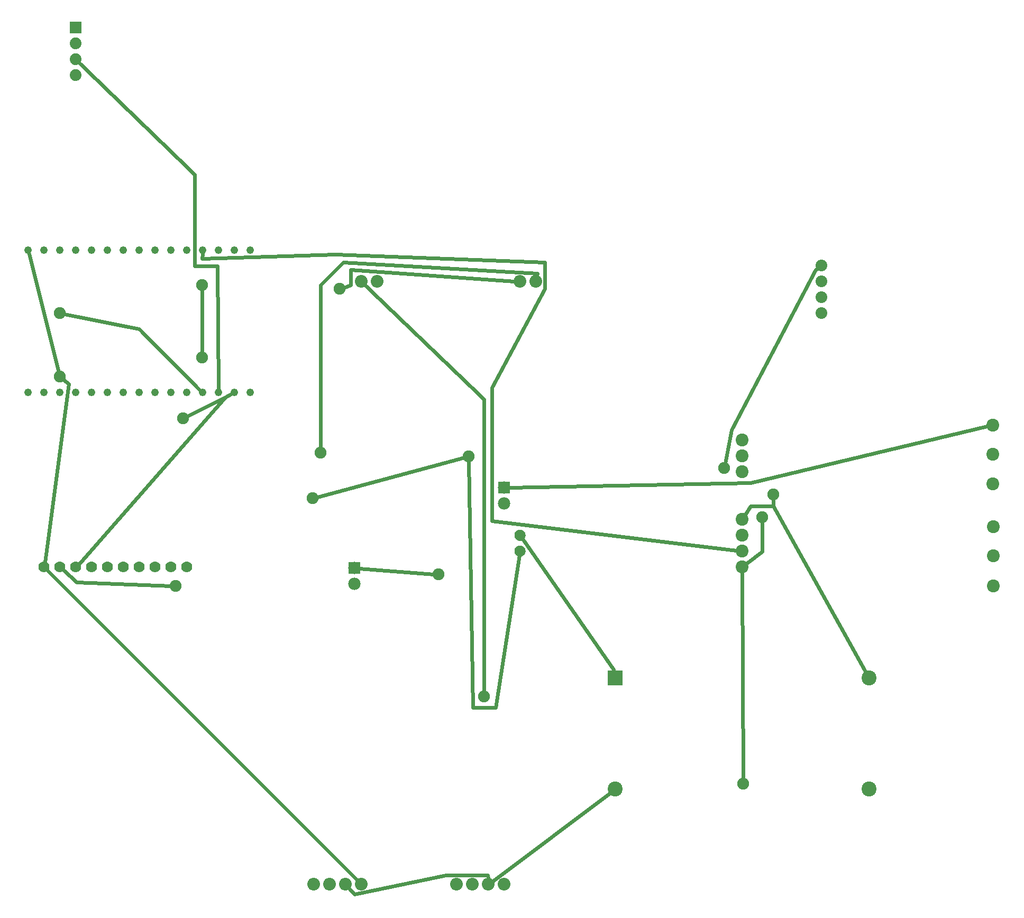
<source format=gbl>
G04 MADE WITH FRITZING*
G04 WWW.FRITZING.ORG*
G04 DOUBLE SIDED*
G04 HOLES PLATED*
G04 CONTOUR ON CENTER OF CONTOUR VECTOR*
%ASAXBY*%
%FSLAX23Y23*%
%MOIN*%
%OFA0B0*%
%SFA1.0B1.0*%
%ADD10C,0.047859*%
%ADD11C,0.070000*%
%ADD12C,0.073999*%
%ADD13C,0.080361*%
%ADD14C,0.080375*%
%ADD15C,0.073889*%
%ADD16C,0.075000*%
%ADD17C,0.081000*%
%ADD18C,0.094488*%
%ADD19C,0.078000*%
%ADD20C,0.075433*%
%ADD21R,0.074001X0.074001*%
%ADD22R,0.078000X0.078000*%
%ADD23C,0.024000*%
%ADD24R,0.001000X0.001000*%
%LNCOPPER0*%
G90*
G70*
G54D10*
X1759Y3634D03*
X1958Y4532D03*
X1858Y4532D03*
X1759Y4532D03*
X1659Y4532D03*
X1559Y4532D03*
X1858Y3634D03*
X1958Y3634D03*
X1659Y3634D03*
X1459Y4532D03*
X1359Y4532D03*
X1259Y4532D03*
X1159Y4532D03*
X1060Y4532D03*
X960Y4532D03*
X860Y4532D03*
X760Y4532D03*
X660Y4532D03*
X560Y4532D03*
X1259Y3634D03*
X1159Y3634D03*
X1060Y3634D03*
X960Y3634D03*
X860Y3634D03*
X760Y3634D03*
X660Y3634D03*
X560Y3634D03*
X1559Y3634D03*
X1459Y3634D03*
X1359Y3634D03*
G54D11*
X1560Y2534D03*
X1460Y2534D03*
X1360Y2534D03*
X1260Y2534D03*
X1160Y2534D03*
X1060Y2534D03*
X960Y2534D03*
X860Y2534D03*
X760Y2534D03*
X660Y2534D03*
G54D12*
X860Y5934D03*
X860Y5834D03*
X860Y5734D03*
X860Y5634D03*
G54D13*
X2660Y534D03*
X2560Y534D03*
X2460Y534D03*
X2360Y534D03*
X3560Y534D03*
X3460Y534D03*
X3360Y534D03*
X3260Y534D03*
X3660Y4334D03*
G54D14*
X3760Y4334D03*
G54D13*
X2660Y4334D03*
G54D14*
X2760Y4334D03*
G54D15*
X5560Y4134D03*
X5560Y4234D03*
X5560Y4334D03*
X5560Y4434D03*
G54D16*
X760Y4134D03*
X760Y3734D03*
G54D17*
X5060Y3334D03*
X5060Y3234D03*
X5060Y3134D03*
X6640Y3429D03*
X6640Y3247D03*
X6640Y3059D03*
X6642Y2788D03*
X6642Y2605D03*
X6642Y2417D03*
X5060Y2834D03*
X5060Y2734D03*
X5060Y2634D03*
X5060Y2534D03*
G54D18*
X4260Y1834D03*
X4260Y1134D03*
X5860Y1134D03*
X5860Y1834D03*
G54D19*
X3560Y3034D03*
X3560Y2934D03*
X2616Y2529D03*
X2616Y2429D03*
G54D11*
X3660Y2734D03*
X3660Y2634D03*
G54D20*
X3145Y2488D03*
X3433Y1720D03*
X2521Y4288D03*
X2401Y3256D03*
X1537Y3472D03*
X5065Y1168D03*
X4945Y3160D03*
X5185Y2848D03*
X5257Y2992D03*
X3337Y3232D03*
X1657Y4312D03*
X1657Y3856D03*
X2353Y2968D03*
X1489Y2416D03*
G54D21*
X860Y5934D03*
G54D22*
X3560Y3034D03*
X2616Y2529D03*
G54D23*
X1260Y4034D02*
X1643Y3650D01*
D02*
X788Y4129D02*
X1260Y4034D01*
D02*
X4255Y1861D02*
X4249Y1888D01*
D02*
X4249Y1888D02*
X3675Y2713D01*
D02*
X6603Y3421D02*
X5113Y3064D01*
D02*
X5113Y3064D02*
X3590Y3035D01*
D02*
X3116Y2490D02*
X2646Y2526D01*
D02*
X2687Y4308D02*
X3433Y3592D01*
D02*
X3433Y3592D02*
X3433Y1749D01*
D02*
X3623Y4337D02*
X2593Y4408D01*
D02*
X2593Y4408D02*
X2593Y4312D01*
D02*
X2593Y4312D02*
X2548Y4297D01*
D02*
X3767Y4371D02*
X3769Y4384D01*
D02*
X3769Y4384D02*
X2545Y4456D01*
D02*
X2545Y4456D02*
X2401Y4312D01*
D02*
X2401Y4312D02*
X2401Y3285D01*
D02*
X5023Y2639D02*
X3481Y2824D01*
D02*
X3481Y2824D02*
X3481Y3664D01*
D02*
X3481Y3664D02*
X3817Y4288D01*
D02*
X3817Y4288D02*
X3817Y4456D01*
D02*
X3817Y4456D02*
X2497Y4504D01*
D02*
X2497Y4504D02*
X1657Y4480D01*
D02*
X1657Y4480D02*
X1658Y4509D01*
D02*
X883Y5713D02*
X1609Y5008D01*
D02*
X1609Y5008D02*
X1609Y4432D01*
D02*
X1609Y4432D02*
X1753Y4432D01*
D02*
X1753Y4432D02*
X1758Y3657D01*
D02*
X881Y2557D02*
X1801Y3604D01*
D02*
X1801Y3604D02*
X1839Y3624D01*
D02*
X1563Y3485D02*
X1801Y3604D01*
D02*
X753Y3762D02*
X566Y4510D01*
D02*
X665Y2565D02*
X817Y3688D01*
D02*
X817Y3688D02*
X783Y3716D01*
D02*
X2634Y561D02*
X682Y2513D01*
D02*
X5060Y2497D02*
X5065Y1197D01*
D02*
X5532Y4415D02*
X5521Y4408D01*
D02*
X5521Y4408D02*
X4993Y3400D01*
D02*
X4993Y3400D02*
X4951Y3188D01*
D02*
X5185Y2819D02*
X5185Y2632D01*
D02*
X5185Y2632D02*
X5090Y2558D01*
D02*
X3490Y557D02*
X4239Y1118D01*
D02*
X2586Y507D02*
X2617Y472D01*
D02*
X2617Y472D02*
X3193Y592D01*
D02*
X3193Y592D02*
X3457Y592D01*
D02*
X3457Y592D02*
X3458Y572D01*
D02*
X5080Y2866D02*
X5113Y2920D01*
D02*
X5113Y2920D02*
X5257Y2920D01*
D02*
X5257Y2920D02*
X5847Y1858D01*
D02*
X5257Y2963D02*
X5257Y2920D01*
D02*
X3656Y2609D02*
X3505Y1648D01*
D02*
X3505Y1648D02*
X3361Y1648D01*
D02*
X3361Y1648D02*
X3337Y3203D01*
D02*
X1657Y4283D02*
X1657Y3885D01*
D02*
X2381Y2976D02*
X3309Y3225D01*
D02*
X783Y2514D02*
X865Y2440D01*
D02*
X865Y2440D02*
X1460Y2417D01*
G54D24*
X2653Y4367D02*
X2667Y4367D01*
X2753Y4367D02*
X2767Y4367D01*
X3653Y4367D02*
X3667Y4367D01*
X3753Y4367D02*
X3767Y4367D01*
X2649Y4366D02*
X2670Y4366D01*
X2749Y4366D02*
X2770Y4366D01*
X3649Y4366D02*
X3670Y4366D01*
X3749Y4366D02*
X3770Y4366D01*
X2647Y4365D02*
X2673Y4365D01*
X2747Y4365D02*
X2773Y4365D01*
X3647Y4365D02*
X3673Y4365D01*
X3747Y4365D02*
X3773Y4365D01*
X2645Y4364D02*
X2675Y4364D01*
X2745Y4364D02*
X2775Y4364D01*
X3645Y4364D02*
X3675Y4364D01*
X3745Y4364D02*
X3775Y4364D01*
X2643Y4363D02*
X2677Y4363D01*
X2743Y4363D02*
X2777Y4363D01*
X3643Y4363D02*
X3676Y4363D01*
X3743Y4363D02*
X3776Y4363D01*
X2641Y4362D02*
X2678Y4362D01*
X2741Y4362D02*
X2778Y4362D01*
X3641Y4362D02*
X3678Y4362D01*
X3741Y4362D02*
X3778Y4362D01*
X2640Y4361D02*
X2679Y4361D01*
X2740Y4361D02*
X2779Y4361D01*
X3640Y4361D02*
X3679Y4361D01*
X3740Y4361D02*
X3779Y4361D01*
X2639Y4360D02*
X2681Y4360D01*
X2739Y4360D02*
X2781Y4360D01*
X3639Y4360D02*
X3681Y4360D01*
X3739Y4360D02*
X3781Y4360D01*
X2638Y4359D02*
X2682Y4359D01*
X2738Y4359D02*
X2782Y4359D01*
X3638Y4359D02*
X3682Y4359D01*
X3738Y4359D02*
X3782Y4359D01*
X2637Y4358D02*
X2683Y4358D01*
X2737Y4358D02*
X2783Y4358D01*
X3637Y4358D02*
X3683Y4358D01*
X3737Y4358D02*
X3783Y4358D01*
X2636Y4357D02*
X2684Y4357D01*
X2736Y4357D02*
X2784Y4357D01*
X3636Y4357D02*
X3684Y4357D01*
X3736Y4357D02*
X3784Y4357D01*
X2635Y4356D02*
X2685Y4356D01*
X2735Y4356D02*
X2785Y4356D01*
X3635Y4356D02*
X3685Y4356D01*
X3735Y4356D02*
X3785Y4356D01*
X2634Y4355D02*
X2685Y4355D01*
X2734Y4355D02*
X2785Y4355D01*
X3634Y4355D02*
X3685Y4355D01*
X3734Y4355D02*
X3785Y4355D01*
X2633Y4354D02*
X2686Y4354D01*
X2733Y4354D02*
X2786Y4354D01*
X3633Y4354D02*
X3686Y4354D01*
X3733Y4354D02*
X3786Y4354D01*
X2633Y4353D02*
X2687Y4353D01*
X2732Y4353D02*
X2787Y4353D01*
X3632Y4353D02*
X3687Y4353D01*
X3732Y4353D02*
X3787Y4353D01*
X2632Y4352D02*
X2688Y4352D01*
X2732Y4352D02*
X2788Y4352D01*
X3632Y4352D02*
X3687Y4352D01*
X3732Y4352D02*
X3787Y4352D01*
X2631Y4351D02*
X2656Y4351D01*
X2663Y4351D02*
X2688Y4351D01*
X2731Y4351D02*
X2756Y4351D01*
X2763Y4351D02*
X2788Y4351D01*
X3631Y4351D02*
X3656Y4351D01*
X3663Y4351D02*
X3688Y4351D01*
X3731Y4351D02*
X3756Y4351D01*
X3763Y4351D02*
X3788Y4351D01*
X2631Y4350D02*
X2653Y4350D01*
X2667Y4350D02*
X2689Y4350D01*
X2731Y4350D02*
X2753Y4350D01*
X2767Y4350D02*
X2789Y4350D01*
X3631Y4350D02*
X3653Y4350D01*
X3667Y4350D02*
X3689Y4350D01*
X3731Y4350D02*
X3753Y4350D01*
X3767Y4350D02*
X3789Y4350D01*
X2630Y4349D02*
X2651Y4349D01*
X2668Y4349D02*
X2689Y4349D01*
X2730Y4349D02*
X2751Y4349D01*
X2768Y4349D02*
X2789Y4349D01*
X3630Y4349D02*
X3651Y4349D01*
X3668Y4349D02*
X3689Y4349D01*
X3730Y4349D02*
X3751Y4349D01*
X3768Y4349D02*
X3789Y4349D01*
X2630Y4348D02*
X2649Y4348D01*
X2670Y4348D02*
X2690Y4348D01*
X2730Y4348D02*
X2749Y4348D01*
X2770Y4348D02*
X2790Y4348D01*
X3630Y4348D02*
X3649Y4348D01*
X3670Y4348D02*
X3690Y4348D01*
X3730Y4348D02*
X3749Y4348D01*
X3770Y4348D02*
X3790Y4348D01*
X2629Y4347D02*
X2648Y4347D01*
X2671Y4347D02*
X2690Y4347D01*
X2729Y4347D02*
X2748Y4347D01*
X2771Y4347D02*
X2790Y4347D01*
X3629Y4347D02*
X3648Y4347D01*
X3671Y4347D02*
X3690Y4347D01*
X3729Y4347D02*
X3748Y4347D01*
X3771Y4347D02*
X3790Y4347D01*
X2629Y4346D02*
X2647Y4346D01*
X2672Y4346D02*
X2690Y4346D01*
X2729Y4346D02*
X2747Y4346D01*
X2772Y4346D02*
X2790Y4346D01*
X3629Y4346D02*
X3647Y4346D01*
X3672Y4346D02*
X3690Y4346D01*
X3729Y4346D02*
X3747Y4346D01*
X3772Y4346D02*
X3790Y4346D01*
X2629Y4345D02*
X2646Y4345D01*
X2673Y4345D02*
X2691Y4345D01*
X2729Y4345D02*
X2746Y4345D01*
X2773Y4345D02*
X2791Y4345D01*
X3629Y4345D02*
X3646Y4345D01*
X3673Y4345D02*
X3691Y4345D01*
X3729Y4345D02*
X3746Y4345D01*
X3773Y4345D02*
X3791Y4345D01*
X2628Y4344D02*
X2646Y4344D01*
X2674Y4344D02*
X2691Y4344D01*
X2728Y4344D02*
X2746Y4344D01*
X2774Y4344D02*
X2791Y4344D01*
X3628Y4344D02*
X3645Y4344D01*
X3674Y4344D02*
X3691Y4344D01*
X3728Y4344D02*
X3745Y4344D01*
X3774Y4344D02*
X3791Y4344D01*
X2628Y4343D02*
X2645Y4343D01*
X2675Y4343D02*
X2691Y4343D01*
X2728Y4343D02*
X2745Y4343D01*
X2774Y4343D02*
X2791Y4343D01*
X3628Y4343D02*
X3645Y4343D01*
X3674Y4343D02*
X3691Y4343D01*
X3728Y4343D02*
X3745Y4343D01*
X3774Y4343D02*
X3791Y4343D01*
X2628Y4342D02*
X2644Y4342D01*
X2675Y4342D02*
X2692Y4342D01*
X2728Y4342D02*
X2744Y4342D01*
X2775Y4342D02*
X2792Y4342D01*
X3628Y4342D02*
X3644Y4342D01*
X3675Y4342D02*
X3692Y4342D01*
X3728Y4342D02*
X3744Y4342D01*
X3775Y4342D02*
X3792Y4342D01*
X2628Y4341D02*
X2644Y4341D01*
X2676Y4341D02*
X2692Y4341D01*
X2728Y4341D02*
X2744Y4341D01*
X2776Y4341D02*
X2792Y4341D01*
X3628Y4341D02*
X3644Y4341D01*
X3676Y4341D02*
X3692Y4341D01*
X3728Y4341D02*
X3744Y4341D01*
X3775Y4341D02*
X3792Y4341D01*
X2627Y4340D02*
X2644Y4340D01*
X2676Y4340D02*
X2692Y4340D01*
X2727Y4340D02*
X2744Y4340D01*
X2776Y4340D02*
X2792Y4340D01*
X3627Y4340D02*
X3644Y4340D01*
X3676Y4340D02*
X3692Y4340D01*
X3727Y4340D02*
X3744Y4340D01*
X3776Y4340D02*
X3792Y4340D01*
X2627Y4339D02*
X2643Y4339D01*
X2676Y4339D02*
X2692Y4339D01*
X2727Y4339D02*
X2743Y4339D01*
X2776Y4339D02*
X2792Y4339D01*
X3627Y4339D02*
X3643Y4339D01*
X3676Y4339D02*
X3692Y4339D01*
X3727Y4339D02*
X3743Y4339D01*
X3776Y4339D02*
X3792Y4339D01*
X2627Y4338D02*
X2643Y4338D01*
X2676Y4338D02*
X2692Y4338D01*
X2727Y4338D02*
X2743Y4338D01*
X2776Y4338D02*
X2792Y4338D01*
X3627Y4338D02*
X3643Y4338D01*
X3676Y4338D02*
X3692Y4338D01*
X3727Y4338D02*
X3743Y4338D01*
X3776Y4338D02*
X3792Y4338D01*
X2627Y4337D02*
X2643Y4337D01*
X2677Y4337D02*
X2692Y4337D01*
X2727Y4337D02*
X2743Y4337D01*
X2777Y4337D02*
X2792Y4337D01*
X3627Y4337D02*
X3643Y4337D01*
X3677Y4337D02*
X3692Y4337D01*
X3727Y4337D02*
X3743Y4337D01*
X3777Y4337D02*
X3792Y4337D01*
X2627Y4336D02*
X2643Y4336D01*
X2677Y4336D02*
X2692Y4336D01*
X2727Y4336D02*
X2743Y4336D01*
X2777Y4336D02*
X2792Y4336D01*
X3627Y4336D02*
X3643Y4336D01*
X3677Y4336D02*
X3692Y4336D01*
X3727Y4336D02*
X3743Y4336D01*
X3777Y4336D02*
X3792Y4336D01*
X2627Y4335D02*
X2643Y4335D01*
X2677Y4335D02*
X2692Y4335D01*
X2727Y4335D02*
X2743Y4335D01*
X2777Y4335D02*
X2792Y4335D01*
X3627Y4335D02*
X3643Y4335D01*
X3677Y4335D02*
X3692Y4335D01*
X3727Y4335D02*
X3743Y4335D01*
X3777Y4335D02*
X3792Y4335D01*
X2627Y4334D02*
X2643Y4334D01*
X2677Y4334D02*
X2692Y4334D01*
X2727Y4334D02*
X2743Y4334D01*
X2777Y4334D02*
X2792Y4334D01*
X3627Y4334D02*
X3643Y4334D01*
X3677Y4334D02*
X3692Y4334D01*
X3727Y4334D02*
X3743Y4334D01*
X3777Y4334D02*
X3792Y4334D01*
X2627Y4333D02*
X2643Y4333D01*
X2677Y4333D02*
X2692Y4333D01*
X2727Y4333D02*
X2743Y4333D01*
X2777Y4333D02*
X2792Y4333D01*
X3627Y4333D02*
X3643Y4333D01*
X3677Y4333D02*
X3692Y4333D01*
X3727Y4333D02*
X3743Y4333D01*
X3777Y4333D02*
X3792Y4333D01*
X2627Y4332D02*
X2643Y4332D01*
X2677Y4332D02*
X2692Y4332D01*
X2727Y4332D02*
X2743Y4332D01*
X2777Y4332D02*
X2792Y4332D01*
X3627Y4332D02*
X3643Y4332D01*
X3677Y4332D02*
X3692Y4332D01*
X3727Y4332D02*
X3743Y4332D01*
X3777Y4332D02*
X3792Y4332D01*
X2627Y4331D02*
X2643Y4331D01*
X2676Y4331D02*
X2692Y4331D01*
X2727Y4331D02*
X2743Y4331D01*
X2776Y4331D02*
X2792Y4331D01*
X3627Y4331D02*
X3643Y4331D01*
X3676Y4331D02*
X3692Y4331D01*
X3727Y4331D02*
X3743Y4331D01*
X3776Y4331D02*
X3792Y4331D01*
X2627Y4330D02*
X2643Y4330D01*
X2676Y4330D02*
X2692Y4330D01*
X2727Y4330D02*
X2743Y4330D01*
X2776Y4330D02*
X2792Y4330D01*
X3627Y4330D02*
X3643Y4330D01*
X3676Y4330D02*
X3692Y4330D01*
X3727Y4330D02*
X3743Y4330D01*
X3776Y4330D02*
X3792Y4330D01*
X2628Y4329D02*
X2644Y4329D01*
X2676Y4329D02*
X2692Y4329D01*
X2727Y4329D02*
X2744Y4329D01*
X2776Y4329D02*
X2792Y4329D01*
X3627Y4329D02*
X3644Y4329D01*
X3676Y4329D02*
X3692Y4329D01*
X3727Y4329D02*
X3744Y4329D01*
X3776Y4329D02*
X3792Y4329D01*
X2628Y4328D02*
X2644Y4328D01*
X2675Y4328D02*
X2692Y4328D01*
X2728Y4328D02*
X2744Y4328D01*
X2775Y4328D02*
X2792Y4328D01*
X3628Y4328D02*
X3644Y4328D01*
X3675Y4328D02*
X3692Y4328D01*
X3728Y4328D02*
X3744Y4328D01*
X3775Y4328D02*
X3792Y4328D01*
X2628Y4327D02*
X2645Y4327D01*
X2675Y4327D02*
X2692Y4327D01*
X2728Y4327D02*
X2745Y4327D01*
X2775Y4327D02*
X2792Y4327D01*
X3628Y4327D02*
X3645Y4327D01*
X3675Y4327D02*
X3691Y4327D01*
X3728Y4327D02*
X3744Y4327D01*
X3775Y4327D02*
X3791Y4327D01*
X2628Y4326D02*
X2645Y4326D01*
X2674Y4326D02*
X2691Y4326D01*
X2728Y4326D02*
X2745Y4326D01*
X2774Y4326D02*
X2791Y4326D01*
X3628Y4326D02*
X3645Y4326D01*
X3674Y4326D02*
X3691Y4326D01*
X3728Y4326D02*
X3745Y4326D01*
X3774Y4326D02*
X3791Y4326D01*
X2628Y4325D02*
X2646Y4325D01*
X2674Y4325D02*
X2691Y4325D01*
X2728Y4325D02*
X2746Y4325D01*
X2774Y4325D02*
X2791Y4325D01*
X3628Y4325D02*
X3646Y4325D01*
X3674Y4325D02*
X3691Y4325D01*
X3728Y4325D02*
X3746Y4325D01*
X3774Y4325D02*
X3791Y4325D01*
X2629Y4324D02*
X2647Y4324D01*
X2673Y4324D02*
X2691Y4324D01*
X2729Y4324D02*
X2747Y4324D01*
X2773Y4324D02*
X2791Y4324D01*
X3629Y4324D02*
X3647Y4324D01*
X3673Y4324D02*
X3691Y4324D01*
X3729Y4324D02*
X3747Y4324D01*
X3773Y4324D02*
X3791Y4324D01*
X2629Y4323D02*
X2647Y4323D01*
X2672Y4323D02*
X2690Y4323D01*
X2729Y4323D02*
X2747Y4323D01*
X2772Y4323D02*
X2790Y4323D01*
X3629Y4323D02*
X3647Y4323D01*
X3672Y4323D02*
X3690Y4323D01*
X3729Y4323D02*
X3747Y4323D01*
X3772Y4323D02*
X3790Y4323D01*
X2630Y4322D02*
X2649Y4322D01*
X2671Y4322D02*
X2690Y4322D01*
X2729Y4322D02*
X2749Y4322D01*
X2771Y4322D02*
X2790Y4322D01*
X3629Y4322D02*
X3649Y4322D01*
X3671Y4322D02*
X3690Y4322D01*
X3729Y4322D02*
X3749Y4322D01*
X3771Y4322D02*
X3790Y4322D01*
X2630Y4321D02*
X2650Y4321D01*
X2670Y4321D02*
X2690Y4321D01*
X2730Y4321D02*
X2750Y4321D01*
X2770Y4321D02*
X2789Y4321D01*
X3630Y4321D02*
X3650Y4321D01*
X3670Y4321D02*
X3689Y4321D01*
X3730Y4321D02*
X3750Y4321D01*
X3770Y4321D02*
X3789Y4321D01*
X2630Y4320D02*
X2652Y4320D01*
X2668Y4320D02*
X2689Y4320D01*
X2730Y4320D02*
X2752Y4320D01*
X2768Y4320D02*
X2789Y4320D01*
X3630Y4320D02*
X3651Y4320D01*
X3668Y4320D02*
X3689Y4320D01*
X3730Y4320D02*
X3751Y4320D01*
X3768Y4320D02*
X3789Y4320D01*
X2631Y4319D02*
X2654Y4319D01*
X2666Y4319D02*
X2689Y4319D01*
X2731Y4319D02*
X2754Y4319D01*
X2766Y4319D02*
X2789Y4319D01*
X3631Y4319D02*
X3654Y4319D01*
X3666Y4319D02*
X3688Y4319D01*
X3731Y4319D02*
X3754Y4319D01*
X3766Y4319D02*
X3788Y4319D01*
X2631Y4318D02*
X2688Y4318D01*
X2731Y4318D02*
X2788Y4318D01*
X3631Y4318D02*
X3688Y4318D01*
X3731Y4318D02*
X3788Y4318D01*
X2632Y4317D02*
X2687Y4317D01*
X2732Y4317D02*
X2787Y4317D01*
X3632Y4317D02*
X3687Y4317D01*
X3732Y4317D02*
X3787Y4317D01*
X2633Y4316D02*
X2687Y4316D01*
X2733Y4316D02*
X2787Y4316D01*
X3633Y4316D02*
X3687Y4316D01*
X3733Y4316D02*
X3787Y4316D01*
X2633Y4315D02*
X2686Y4315D01*
X2733Y4315D02*
X2786Y4315D01*
X3633Y4315D02*
X3686Y4315D01*
X3733Y4315D02*
X3786Y4315D01*
X2634Y4314D02*
X2685Y4314D01*
X2734Y4314D02*
X2785Y4314D01*
X3634Y4314D02*
X3685Y4314D01*
X3734Y4314D02*
X3785Y4314D01*
X2635Y4313D02*
X2684Y4313D01*
X2735Y4313D02*
X2784Y4313D01*
X3635Y4313D02*
X3684Y4313D01*
X3735Y4313D02*
X3784Y4313D01*
X2636Y4312D02*
X2684Y4312D01*
X2736Y4312D02*
X2783Y4312D01*
X3636Y4312D02*
X3683Y4312D01*
X3736Y4312D02*
X3783Y4312D01*
X2637Y4311D02*
X2683Y4311D01*
X2737Y4311D02*
X2783Y4311D01*
X3637Y4311D02*
X3683Y4311D01*
X3737Y4311D02*
X3782Y4311D01*
X2638Y4310D02*
X2681Y4310D01*
X2738Y4310D02*
X2781Y4310D01*
X3638Y4310D02*
X3681Y4310D01*
X3738Y4310D02*
X3781Y4310D01*
X2639Y4309D02*
X2680Y4309D01*
X2739Y4309D02*
X2780Y4309D01*
X3639Y4309D02*
X3680Y4309D01*
X3739Y4309D02*
X3780Y4309D01*
X2640Y4308D02*
X2679Y4308D01*
X2740Y4308D02*
X2779Y4308D01*
X3640Y4308D02*
X3679Y4308D01*
X3740Y4308D02*
X3779Y4308D01*
X2642Y4307D02*
X2678Y4307D01*
X2742Y4307D02*
X2778Y4307D01*
X3642Y4307D02*
X3678Y4307D01*
X3742Y4307D02*
X3778Y4307D01*
X2643Y4306D02*
X2676Y4306D01*
X2743Y4306D02*
X2776Y4306D01*
X3643Y4306D02*
X3676Y4306D01*
X3743Y4306D02*
X3776Y4306D01*
X2645Y4305D02*
X2674Y4305D01*
X2745Y4305D02*
X2774Y4305D01*
X3645Y4305D02*
X3674Y4305D01*
X3745Y4305D02*
X3774Y4305D01*
X2647Y4304D02*
X2672Y4304D01*
X2747Y4304D02*
X2772Y4304D01*
X3647Y4304D02*
X3672Y4304D01*
X3747Y4304D02*
X3772Y4304D01*
X2650Y4303D02*
X2669Y4303D01*
X2750Y4303D02*
X2769Y4303D01*
X3650Y4303D02*
X3669Y4303D01*
X3750Y4303D02*
X3769Y4303D01*
X2654Y4302D02*
X2665Y4302D01*
X2754Y4302D02*
X2765Y4302D01*
X3654Y4302D02*
X3665Y4302D01*
X3754Y4302D02*
X3765Y4302D01*
X3654Y2769D02*
X3666Y2769D01*
X3650Y2768D02*
X3669Y2768D01*
X3647Y2767D02*
X3672Y2767D01*
X3645Y2766D02*
X3674Y2766D01*
X3643Y2765D02*
X3676Y2765D01*
X3641Y2764D02*
X3678Y2764D01*
X3640Y2763D02*
X3680Y2763D01*
X3638Y2762D02*
X3681Y2762D01*
X3637Y2761D02*
X3682Y2761D01*
X3636Y2760D02*
X3683Y2760D01*
X3635Y2759D02*
X3684Y2759D01*
X3634Y2758D02*
X3685Y2758D01*
X3633Y2757D02*
X3686Y2757D01*
X3633Y2756D02*
X3687Y2756D01*
X3632Y2755D02*
X3688Y2755D01*
X3631Y2754D02*
X3688Y2754D01*
X3631Y2753D02*
X3689Y2753D01*
X3630Y2752D02*
X3689Y2752D01*
X3629Y2751D02*
X3690Y2751D01*
X3629Y2750D02*
X3690Y2750D01*
X3628Y2749D02*
X3654Y2749D01*
X3665Y2749D02*
X3691Y2749D01*
X3628Y2748D02*
X3652Y2748D01*
X3667Y2748D02*
X3691Y2748D01*
X3628Y2747D02*
X3651Y2747D01*
X3669Y2747D02*
X3692Y2747D01*
X3627Y2746D02*
X3649Y2746D01*
X3670Y2746D02*
X3692Y2746D01*
X3627Y2745D02*
X3648Y2745D01*
X3671Y2745D02*
X3692Y2745D01*
X3627Y2744D02*
X3647Y2744D01*
X3672Y2744D02*
X3693Y2744D01*
X3626Y2743D02*
X3647Y2743D01*
X3673Y2743D02*
X3693Y2743D01*
X3626Y2742D02*
X3646Y2742D01*
X3673Y2742D02*
X3693Y2742D01*
X3626Y2741D02*
X3645Y2741D01*
X3674Y2741D02*
X3693Y2741D01*
X3626Y2740D02*
X3645Y2740D01*
X3674Y2740D02*
X3694Y2740D01*
X3626Y2739D02*
X3645Y2739D01*
X3675Y2739D02*
X3694Y2739D01*
X3625Y2738D02*
X3644Y2738D01*
X3675Y2738D02*
X3694Y2738D01*
X3625Y2737D02*
X3644Y2737D01*
X3675Y2737D02*
X3694Y2737D01*
X3625Y2736D02*
X3644Y2736D01*
X3675Y2736D02*
X3694Y2736D01*
X3625Y2735D02*
X3644Y2735D01*
X3675Y2735D02*
X3694Y2735D01*
X3625Y2734D02*
X3644Y2734D01*
X3675Y2734D02*
X3694Y2734D01*
X3625Y2733D02*
X3644Y2733D01*
X3675Y2733D02*
X3694Y2733D01*
X3625Y2732D02*
X3644Y2732D01*
X3675Y2732D02*
X3694Y2732D01*
X3625Y2731D02*
X3645Y2731D01*
X3675Y2731D02*
X3694Y2731D01*
X3626Y2730D02*
X3645Y2730D01*
X3675Y2730D02*
X3694Y2730D01*
X3626Y2729D02*
X3645Y2729D01*
X3674Y2729D02*
X3694Y2729D01*
X3626Y2728D02*
X3646Y2728D01*
X3674Y2728D02*
X3693Y2728D01*
X3626Y2727D02*
X3646Y2727D01*
X3673Y2727D02*
X3693Y2727D01*
X3626Y2726D02*
X3647Y2726D01*
X3672Y2726D02*
X3693Y2726D01*
X3627Y2725D02*
X3648Y2725D01*
X3672Y2725D02*
X3693Y2725D01*
X3627Y2724D02*
X3649Y2724D01*
X3671Y2724D02*
X3692Y2724D01*
X3627Y2723D02*
X3650Y2723D01*
X3670Y2723D02*
X3692Y2723D01*
X3628Y2722D02*
X3651Y2722D01*
X3668Y2722D02*
X3692Y2722D01*
X3628Y2721D02*
X3653Y2721D01*
X3667Y2721D02*
X3691Y2721D01*
X3629Y2720D02*
X3656Y2720D01*
X3664Y2720D02*
X3691Y2720D01*
X3629Y2719D02*
X3690Y2719D01*
X3630Y2718D02*
X3690Y2718D01*
X3630Y2717D02*
X3689Y2717D01*
X3631Y2716D02*
X3689Y2716D01*
X3631Y2715D02*
X3688Y2715D01*
X3632Y2714D02*
X3687Y2714D01*
X3633Y2713D02*
X3687Y2713D01*
X3634Y2712D02*
X3686Y2712D01*
X3634Y2711D02*
X3685Y2711D01*
X3635Y2710D02*
X3684Y2710D01*
X3637Y2709D02*
X3683Y2709D01*
X3638Y2708D02*
X3682Y2708D01*
X3639Y2707D02*
X3680Y2707D01*
X3640Y2706D02*
X3679Y2706D01*
X3642Y2705D02*
X3677Y2705D01*
X3644Y2704D02*
X3676Y2704D01*
X3646Y2703D02*
X3673Y2703D01*
X3648Y2702D02*
X3671Y2702D01*
X3651Y2701D02*
X3668Y2701D01*
X3656Y2700D02*
X3663Y2700D01*
X3654Y2669D02*
X3666Y2669D01*
X3650Y2668D02*
X3669Y2668D01*
X3647Y2667D02*
X3672Y2667D01*
X3645Y2666D02*
X3674Y2666D01*
X3643Y2665D02*
X3676Y2665D01*
X3641Y2664D02*
X3678Y2664D01*
X3640Y2663D02*
X3680Y2663D01*
X3638Y2662D02*
X3681Y2662D01*
X3637Y2661D02*
X3682Y2661D01*
X3636Y2660D02*
X3683Y2660D01*
X3635Y2659D02*
X3684Y2659D01*
X3634Y2658D02*
X3685Y2658D01*
X3633Y2657D02*
X3686Y2657D01*
X3633Y2656D02*
X3687Y2656D01*
X3632Y2655D02*
X3688Y2655D01*
X3631Y2654D02*
X3688Y2654D01*
X3631Y2653D02*
X3689Y2653D01*
X3630Y2652D02*
X3689Y2652D01*
X3629Y2651D02*
X3690Y2651D01*
X3629Y2650D02*
X3690Y2650D01*
X3628Y2649D02*
X3654Y2649D01*
X3665Y2649D02*
X3691Y2649D01*
X3628Y2648D02*
X3652Y2648D01*
X3667Y2648D02*
X3691Y2648D01*
X3628Y2647D02*
X3651Y2647D01*
X3669Y2647D02*
X3692Y2647D01*
X3627Y2646D02*
X3649Y2646D01*
X3670Y2646D02*
X3692Y2646D01*
X3627Y2645D02*
X3648Y2645D01*
X3671Y2645D02*
X3692Y2645D01*
X3627Y2644D02*
X3647Y2644D01*
X3672Y2644D02*
X3693Y2644D01*
X3626Y2643D02*
X3647Y2643D01*
X3673Y2643D02*
X3693Y2643D01*
X3626Y2642D02*
X3646Y2642D01*
X3673Y2642D02*
X3693Y2642D01*
X3626Y2641D02*
X3645Y2641D01*
X3674Y2641D02*
X3693Y2641D01*
X3626Y2640D02*
X3645Y2640D01*
X3674Y2640D02*
X3694Y2640D01*
X3626Y2639D02*
X3645Y2639D01*
X3675Y2639D02*
X3694Y2639D01*
X3625Y2638D02*
X3644Y2638D01*
X3675Y2638D02*
X3694Y2638D01*
X3625Y2637D02*
X3644Y2637D01*
X3675Y2637D02*
X3694Y2637D01*
X3625Y2636D02*
X3644Y2636D01*
X3675Y2636D02*
X3694Y2636D01*
X3625Y2635D02*
X3644Y2635D01*
X3675Y2635D02*
X3694Y2635D01*
X3625Y2634D02*
X3644Y2634D01*
X3675Y2634D02*
X3694Y2634D01*
X3625Y2633D02*
X3644Y2633D01*
X3675Y2633D02*
X3694Y2633D01*
X3625Y2632D02*
X3644Y2632D01*
X3675Y2632D02*
X3694Y2632D01*
X3625Y2631D02*
X3645Y2631D01*
X3675Y2631D02*
X3694Y2631D01*
X3626Y2630D02*
X3645Y2630D01*
X3675Y2630D02*
X3694Y2630D01*
X3626Y2629D02*
X3645Y2629D01*
X3674Y2629D02*
X3694Y2629D01*
X3626Y2628D02*
X3646Y2628D01*
X3674Y2628D02*
X3693Y2628D01*
X3626Y2627D02*
X3646Y2627D01*
X3673Y2627D02*
X3693Y2627D01*
X3626Y2626D02*
X3647Y2626D01*
X3672Y2626D02*
X3693Y2626D01*
X3627Y2625D02*
X3648Y2625D01*
X3672Y2625D02*
X3693Y2625D01*
X3627Y2624D02*
X3649Y2624D01*
X3671Y2624D02*
X3692Y2624D01*
X3627Y2623D02*
X3650Y2623D01*
X3670Y2623D02*
X3692Y2623D01*
X3628Y2622D02*
X3651Y2622D01*
X3668Y2622D02*
X3692Y2622D01*
X3628Y2621D02*
X3653Y2621D01*
X3667Y2621D02*
X3691Y2621D01*
X3629Y2620D02*
X3656Y2620D01*
X3663Y2620D02*
X3691Y2620D01*
X3629Y2619D02*
X3690Y2619D01*
X3630Y2618D02*
X3690Y2618D01*
X3630Y2617D02*
X3689Y2617D01*
X3631Y2616D02*
X3689Y2616D01*
X3631Y2615D02*
X3688Y2615D01*
X3632Y2614D02*
X3687Y2614D01*
X3633Y2613D02*
X3687Y2613D01*
X3634Y2612D02*
X3686Y2612D01*
X3634Y2611D02*
X3685Y2611D01*
X3635Y2610D02*
X3684Y2610D01*
X3637Y2609D02*
X3683Y2609D01*
X3638Y2608D02*
X3682Y2608D01*
X3639Y2607D02*
X3680Y2607D01*
X3640Y2606D02*
X3679Y2606D01*
X3642Y2605D02*
X3677Y2605D01*
X3644Y2604D02*
X3676Y2604D01*
X3646Y2603D02*
X3673Y2603D01*
X3648Y2602D02*
X3671Y2602D01*
X3651Y2601D02*
X3668Y2601D01*
X3656Y2600D02*
X3663Y2600D01*
X4213Y1881D02*
X4306Y1881D01*
X4213Y1880D02*
X4306Y1880D01*
X4213Y1879D02*
X4306Y1879D01*
X4213Y1878D02*
X4306Y1878D01*
X4213Y1877D02*
X4306Y1877D01*
X4213Y1876D02*
X4306Y1876D01*
X4213Y1875D02*
X4306Y1875D01*
X4213Y1874D02*
X4306Y1874D01*
X4213Y1873D02*
X4306Y1873D01*
X4213Y1872D02*
X4306Y1872D01*
X4213Y1871D02*
X4306Y1871D01*
X4213Y1870D02*
X4306Y1870D01*
X4213Y1869D02*
X4306Y1869D01*
X4213Y1868D02*
X4306Y1868D01*
X4213Y1867D02*
X4306Y1867D01*
X4213Y1866D02*
X4306Y1866D01*
X4213Y1865D02*
X4306Y1865D01*
X4213Y1864D02*
X4306Y1864D01*
X4213Y1863D02*
X4306Y1863D01*
X4213Y1862D02*
X4306Y1862D01*
X4213Y1861D02*
X4306Y1861D01*
X4213Y1860D02*
X4306Y1860D01*
X4213Y1859D02*
X4306Y1859D01*
X4213Y1858D02*
X4306Y1858D01*
X4213Y1857D02*
X4306Y1857D01*
X4213Y1856D02*
X4306Y1856D01*
X4213Y1855D02*
X4306Y1855D01*
X4213Y1854D02*
X4255Y1854D01*
X4264Y1854D02*
X4306Y1854D01*
X4213Y1853D02*
X4252Y1853D01*
X4267Y1853D02*
X4306Y1853D01*
X4213Y1852D02*
X4250Y1852D01*
X4269Y1852D02*
X4306Y1852D01*
X4213Y1851D02*
X4248Y1851D01*
X4271Y1851D02*
X4306Y1851D01*
X4213Y1850D02*
X4247Y1850D01*
X4272Y1850D02*
X4306Y1850D01*
X4213Y1849D02*
X4246Y1849D01*
X4274Y1849D02*
X4306Y1849D01*
X4213Y1848D02*
X4245Y1848D01*
X4275Y1848D02*
X4306Y1848D01*
X4213Y1847D02*
X4244Y1847D01*
X4275Y1847D02*
X4306Y1847D01*
X4213Y1846D02*
X4243Y1846D01*
X4276Y1846D02*
X4306Y1846D01*
X4213Y1845D02*
X4242Y1845D01*
X4277Y1845D02*
X4306Y1845D01*
X4213Y1844D02*
X4242Y1844D01*
X4277Y1844D02*
X4306Y1844D01*
X4213Y1843D02*
X4241Y1843D01*
X4278Y1843D02*
X4306Y1843D01*
X4213Y1842D02*
X4241Y1842D01*
X4278Y1842D02*
X4306Y1842D01*
X4213Y1841D02*
X4241Y1841D01*
X4279Y1841D02*
X4306Y1841D01*
X4213Y1840D02*
X4240Y1840D01*
X4279Y1840D02*
X4306Y1840D01*
X4213Y1839D02*
X4240Y1839D01*
X4279Y1839D02*
X4306Y1839D01*
X4213Y1838D02*
X4240Y1838D01*
X4279Y1838D02*
X4306Y1838D01*
X4213Y1837D02*
X4240Y1837D01*
X4280Y1837D02*
X4306Y1837D01*
X4213Y1836D02*
X4240Y1836D01*
X4280Y1836D02*
X4306Y1836D01*
X4213Y1835D02*
X4239Y1835D01*
X4280Y1835D02*
X4306Y1835D01*
X4213Y1834D02*
X4240Y1834D01*
X4280Y1834D02*
X4306Y1834D01*
X4213Y1833D02*
X4240Y1833D01*
X4280Y1833D02*
X4306Y1833D01*
X4213Y1832D02*
X4240Y1832D01*
X4280Y1832D02*
X4306Y1832D01*
X4213Y1831D02*
X4240Y1831D01*
X4279Y1831D02*
X4306Y1831D01*
X4213Y1830D02*
X4240Y1830D01*
X4279Y1830D02*
X4306Y1830D01*
X4213Y1829D02*
X4240Y1829D01*
X4279Y1829D02*
X4306Y1829D01*
X4213Y1828D02*
X4241Y1828D01*
X4279Y1828D02*
X4306Y1828D01*
X4213Y1827D02*
X4241Y1827D01*
X4278Y1827D02*
X4306Y1827D01*
X4213Y1826D02*
X4242Y1826D01*
X4278Y1826D02*
X4306Y1826D01*
X4213Y1825D02*
X4242Y1825D01*
X4277Y1825D02*
X4306Y1825D01*
X4213Y1824D02*
X4243Y1824D01*
X4277Y1824D02*
X4306Y1824D01*
X4213Y1823D02*
X4243Y1823D01*
X4276Y1823D02*
X4306Y1823D01*
X4213Y1822D02*
X4244Y1822D01*
X4275Y1822D02*
X4306Y1822D01*
X4213Y1821D02*
X4245Y1821D01*
X4274Y1821D02*
X4306Y1821D01*
X4213Y1820D02*
X4246Y1820D01*
X4273Y1820D02*
X4306Y1820D01*
X4213Y1819D02*
X4247Y1819D01*
X4272Y1819D02*
X4306Y1819D01*
X4213Y1818D02*
X4249Y1818D01*
X4270Y1818D02*
X4306Y1818D01*
X4213Y1817D02*
X4251Y1817D01*
X4268Y1817D02*
X4306Y1817D01*
X4213Y1816D02*
X4253Y1816D01*
X4266Y1816D02*
X4306Y1816D01*
X4213Y1815D02*
X4306Y1815D01*
X4213Y1814D02*
X4306Y1814D01*
X4213Y1813D02*
X4306Y1813D01*
X4213Y1812D02*
X4306Y1812D01*
X4213Y1811D02*
X4306Y1811D01*
X4213Y1810D02*
X4306Y1810D01*
X4213Y1809D02*
X4306Y1809D01*
X4213Y1808D02*
X4306Y1808D01*
X4213Y1807D02*
X4306Y1807D01*
X4213Y1806D02*
X4306Y1806D01*
X4213Y1805D02*
X4306Y1805D01*
X4213Y1804D02*
X4306Y1804D01*
X4213Y1803D02*
X4306Y1803D01*
X4213Y1802D02*
X4306Y1802D01*
X4213Y1801D02*
X4306Y1801D01*
X4213Y1800D02*
X4306Y1800D01*
X4213Y1799D02*
X4306Y1799D01*
X4213Y1798D02*
X4306Y1798D01*
X4213Y1797D02*
X4306Y1797D01*
X4213Y1796D02*
X4306Y1796D01*
X4213Y1795D02*
X4306Y1795D01*
X4213Y1794D02*
X4306Y1794D01*
X4213Y1793D02*
X4306Y1793D01*
X4213Y1792D02*
X4306Y1792D01*
X4213Y1791D02*
X4306Y1791D01*
X4213Y1790D02*
X4306Y1790D01*
X4213Y1789D02*
X4306Y1789D01*
X4213Y1788D02*
X4306Y1788D01*
X2360Y568D02*
X2360Y568D01*
X2460Y568D02*
X2460Y568D01*
X2560Y568D02*
X2560Y568D01*
X2660Y568D02*
X2660Y568D01*
X3260Y568D02*
X3260Y568D01*
X3360Y568D02*
X3360Y568D01*
X3460Y568D02*
X3460Y568D01*
X3560Y568D02*
X3560Y568D01*
X2352Y567D02*
X2367Y567D01*
X2452Y567D02*
X2467Y567D01*
X2552Y567D02*
X2567Y567D01*
X2652Y567D02*
X2667Y567D01*
X3252Y567D02*
X3267Y567D01*
X3352Y567D02*
X3367Y567D01*
X3452Y567D02*
X3467Y567D01*
X3552Y567D02*
X3567Y567D01*
X2349Y566D02*
X2371Y566D01*
X2449Y566D02*
X2471Y566D01*
X2549Y566D02*
X2571Y566D01*
X2649Y566D02*
X2671Y566D01*
X3249Y566D02*
X3271Y566D01*
X3349Y566D02*
X3371Y566D01*
X3449Y566D02*
X3471Y566D01*
X3549Y566D02*
X3571Y566D01*
X2346Y565D02*
X2373Y565D01*
X2446Y565D02*
X2473Y565D01*
X2546Y565D02*
X2573Y565D01*
X2646Y565D02*
X2673Y565D01*
X3246Y565D02*
X3273Y565D01*
X3346Y565D02*
X3373Y565D01*
X3446Y565D02*
X3473Y565D01*
X3546Y565D02*
X3573Y565D01*
X2344Y564D02*
X2375Y564D01*
X2444Y564D02*
X2475Y564D01*
X2544Y564D02*
X2575Y564D01*
X2644Y564D02*
X2675Y564D01*
X3244Y564D02*
X3275Y564D01*
X3344Y564D02*
X3375Y564D01*
X3444Y564D02*
X3475Y564D01*
X3544Y564D02*
X3575Y564D01*
X2343Y563D02*
X2377Y563D01*
X2443Y563D02*
X2477Y563D01*
X2543Y563D02*
X2577Y563D01*
X2643Y563D02*
X2677Y563D01*
X3243Y563D02*
X3277Y563D01*
X3343Y563D02*
X3377Y563D01*
X3443Y563D02*
X3477Y563D01*
X3543Y563D02*
X3577Y563D01*
X2341Y562D02*
X2378Y562D01*
X2441Y562D02*
X2478Y562D01*
X2541Y562D02*
X2578Y562D01*
X2641Y562D02*
X2678Y562D01*
X3241Y562D02*
X3278Y562D01*
X3341Y562D02*
X3378Y562D01*
X3441Y562D02*
X3478Y562D01*
X3541Y562D02*
X3578Y562D01*
X2340Y561D02*
X2380Y561D01*
X2440Y561D02*
X2480Y561D01*
X2540Y561D02*
X2580Y561D01*
X2640Y561D02*
X2680Y561D01*
X3240Y561D02*
X3280Y561D01*
X3340Y561D02*
X3380Y561D01*
X3440Y561D02*
X3480Y561D01*
X3540Y561D02*
X3580Y561D01*
X2339Y560D02*
X2381Y560D01*
X2439Y560D02*
X2481Y560D01*
X2539Y560D02*
X2581Y560D01*
X2639Y560D02*
X2681Y560D01*
X3239Y560D02*
X3281Y560D01*
X3339Y560D02*
X3381Y560D01*
X3439Y560D02*
X3481Y560D01*
X3539Y560D02*
X3581Y560D01*
X2337Y559D02*
X2382Y559D01*
X2437Y559D02*
X2482Y559D01*
X2538Y559D02*
X2582Y559D01*
X2637Y559D02*
X2682Y559D01*
X3237Y559D02*
X3282Y559D01*
X3337Y559D02*
X3382Y559D01*
X3437Y559D02*
X3482Y559D01*
X3537Y559D02*
X3582Y559D01*
X2336Y558D02*
X2383Y558D01*
X2436Y558D02*
X2483Y558D01*
X2536Y558D02*
X2583Y558D01*
X2636Y558D02*
X2683Y558D01*
X3236Y558D02*
X3283Y558D01*
X3336Y558D02*
X3383Y558D01*
X3436Y558D02*
X3483Y558D01*
X3536Y558D02*
X3583Y558D01*
X2336Y557D02*
X2384Y557D01*
X2436Y557D02*
X2484Y557D01*
X2536Y557D02*
X2584Y557D01*
X2636Y557D02*
X2684Y557D01*
X3235Y557D02*
X3284Y557D01*
X3336Y557D02*
X3384Y557D01*
X3436Y557D02*
X3484Y557D01*
X3535Y557D02*
X3584Y557D01*
X2335Y556D02*
X2385Y556D01*
X2435Y556D02*
X2485Y556D01*
X2535Y556D02*
X2585Y556D01*
X2635Y556D02*
X2685Y556D01*
X3235Y556D02*
X3285Y556D01*
X3335Y556D02*
X3385Y556D01*
X3435Y556D02*
X3485Y556D01*
X3535Y556D02*
X3585Y556D01*
X2334Y555D02*
X2386Y555D01*
X2434Y555D02*
X2486Y555D01*
X2534Y555D02*
X2586Y555D01*
X2634Y555D02*
X2686Y555D01*
X3234Y555D02*
X3286Y555D01*
X3334Y555D02*
X3386Y555D01*
X3434Y555D02*
X3486Y555D01*
X3534Y555D02*
X3586Y555D01*
X2333Y554D02*
X2386Y554D01*
X2433Y554D02*
X2486Y554D01*
X2533Y554D02*
X2586Y554D01*
X2633Y554D02*
X2686Y554D01*
X3233Y554D02*
X3286Y554D01*
X3333Y554D02*
X3386Y554D01*
X3433Y554D02*
X3486Y554D01*
X3533Y554D02*
X3586Y554D01*
X2332Y553D02*
X2387Y553D01*
X2432Y553D02*
X2487Y553D01*
X2532Y553D02*
X2587Y553D01*
X2632Y553D02*
X2687Y553D01*
X3232Y553D02*
X3287Y553D01*
X3332Y553D02*
X3387Y553D01*
X3432Y553D02*
X3487Y553D01*
X3532Y553D02*
X3587Y553D01*
X2332Y552D02*
X2388Y552D01*
X2432Y552D02*
X2488Y552D01*
X2532Y552D02*
X2588Y552D01*
X2632Y552D02*
X2688Y552D01*
X3232Y552D02*
X3288Y552D01*
X3332Y552D02*
X3388Y552D01*
X3432Y552D02*
X3488Y552D01*
X3532Y552D02*
X3588Y552D01*
X2331Y551D02*
X2356Y551D01*
X2364Y551D02*
X2388Y551D01*
X2431Y551D02*
X2456Y551D01*
X2464Y551D02*
X2488Y551D01*
X2531Y551D02*
X2556Y551D01*
X2564Y551D02*
X2588Y551D01*
X2631Y551D02*
X2656Y551D01*
X2664Y551D02*
X2688Y551D01*
X3231Y551D02*
X3256Y551D01*
X3264Y551D02*
X3288Y551D01*
X3331Y551D02*
X3356Y551D01*
X3364Y551D02*
X3388Y551D01*
X3431Y551D02*
X3456Y551D01*
X3464Y551D02*
X3488Y551D01*
X3531Y551D02*
X3556Y551D01*
X3564Y551D02*
X3588Y551D01*
X2331Y550D02*
X2353Y550D01*
X2367Y550D02*
X2389Y550D01*
X2431Y550D02*
X2453Y550D01*
X2467Y550D02*
X2489Y550D01*
X2531Y550D02*
X2553Y550D01*
X2567Y550D02*
X2589Y550D01*
X2631Y550D02*
X2653Y550D01*
X2667Y550D02*
X2689Y550D01*
X3231Y550D02*
X3253Y550D01*
X3267Y550D02*
X3289Y550D01*
X3331Y550D02*
X3353Y550D01*
X3367Y550D02*
X3389Y550D01*
X3431Y550D02*
X3453Y550D01*
X3467Y550D02*
X3489Y550D01*
X3531Y550D02*
X3553Y550D01*
X3567Y550D02*
X3589Y550D01*
X2330Y549D02*
X2351Y549D01*
X2369Y549D02*
X2389Y549D01*
X2430Y549D02*
X2451Y549D01*
X2469Y549D02*
X2489Y549D01*
X2530Y549D02*
X2551Y549D01*
X2569Y549D02*
X2589Y549D01*
X2630Y549D02*
X2651Y549D01*
X2669Y549D02*
X2689Y549D01*
X3230Y549D02*
X3251Y549D01*
X3269Y549D02*
X3289Y549D01*
X3330Y549D02*
X3351Y549D01*
X3369Y549D02*
X3389Y549D01*
X3430Y549D02*
X3451Y549D01*
X3469Y549D02*
X3489Y549D01*
X3530Y549D02*
X3551Y549D01*
X3569Y549D02*
X3589Y549D01*
X2330Y548D02*
X2349Y548D01*
X2370Y548D02*
X2390Y548D01*
X2430Y548D02*
X2449Y548D01*
X2470Y548D02*
X2490Y548D01*
X2530Y548D02*
X2549Y548D01*
X2570Y548D02*
X2590Y548D01*
X2630Y548D02*
X2649Y548D01*
X2670Y548D02*
X2690Y548D01*
X3230Y548D02*
X3249Y548D01*
X3270Y548D02*
X3290Y548D01*
X3330Y548D02*
X3349Y548D01*
X3370Y548D02*
X3390Y548D01*
X3430Y548D02*
X3449Y548D01*
X3470Y548D02*
X3490Y548D01*
X3530Y548D02*
X3549Y548D01*
X3570Y548D02*
X3590Y548D01*
X2329Y547D02*
X2348Y547D01*
X2371Y547D02*
X2390Y547D01*
X2429Y547D02*
X2448Y547D01*
X2471Y547D02*
X2490Y547D01*
X2529Y547D02*
X2548Y547D01*
X2571Y547D02*
X2590Y547D01*
X2629Y547D02*
X2648Y547D01*
X2671Y547D02*
X2690Y547D01*
X3229Y547D02*
X3248Y547D01*
X3271Y547D02*
X3290Y547D01*
X3329Y547D02*
X3348Y547D01*
X3371Y547D02*
X3390Y547D01*
X3429Y547D02*
X3448Y547D01*
X3471Y547D02*
X3490Y547D01*
X3529Y547D02*
X3548Y547D01*
X3571Y547D02*
X3590Y547D01*
X2329Y546D02*
X2347Y546D01*
X2372Y546D02*
X2390Y546D01*
X2429Y546D02*
X2447Y546D01*
X2472Y546D02*
X2490Y546D01*
X2529Y546D02*
X2547Y546D01*
X2572Y546D02*
X2591Y546D01*
X2629Y546D02*
X2647Y546D01*
X2672Y546D02*
X2690Y546D01*
X3229Y546D02*
X3247Y546D01*
X3272Y546D02*
X3290Y546D01*
X3329Y546D02*
X3347Y546D01*
X3372Y546D02*
X3390Y546D01*
X3429Y546D02*
X3447Y546D01*
X3472Y546D02*
X3490Y546D01*
X3529Y546D02*
X3547Y546D01*
X3572Y546D02*
X3590Y546D01*
X2329Y545D02*
X2346Y545D01*
X2373Y545D02*
X2391Y545D01*
X2429Y545D02*
X2446Y545D01*
X2473Y545D02*
X2491Y545D01*
X2529Y545D02*
X2546Y545D01*
X2573Y545D02*
X2591Y545D01*
X2629Y545D02*
X2646Y545D01*
X2673Y545D02*
X2691Y545D01*
X3229Y545D02*
X3246Y545D01*
X3273Y545D02*
X3291Y545D01*
X3329Y545D02*
X3346Y545D01*
X3373Y545D02*
X3391Y545D01*
X3429Y545D02*
X3446Y545D01*
X3473Y545D02*
X3491Y545D01*
X3529Y545D02*
X3546Y545D01*
X3573Y545D02*
X3591Y545D01*
X2328Y544D02*
X2345Y544D01*
X2374Y544D02*
X2391Y544D01*
X2428Y544D02*
X2445Y544D01*
X2474Y544D02*
X2491Y544D01*
X2528Y544D02*
X2545Y544D01*
X2574Y544D02*
X2591Y544D01*
X2628Y544D02*
X2645Y544D01*
X2674Y544D02*
X2691Y544D01*
X3228Y544D02*
X3245Y544D01*
X3274Y544D02*
X3291Y544D01*
X3328Y544D02*
X3345Y544D01*
X3374Y544D02*
X3391Y544D01*
X3428Y544D02*
X3445Y544D01*
X3474Y544D02*
X3491Y544D01*
X3528Y544D02*
X3545Y544D01*
X3574Y544D02*
X3591Y544D01*
X2328Y543D02*
X2345Y543D01*
X2375Y543D02*
X2391Y543D01*
X2428Y543D02*
X2445Y543D01*
X2475Y543D02*
X2491Y543D01*
X2528Y543D02*
X2545Y543D01*
X2575Y543D02*
X2591Y543D01*
X2628Y543D02*
X2645Y543D01*
X2675Y543D02*
X2691Y543D01*
X3228Y543D02*
X3245Y543D01*
X3275Y543D02*
X3291Y543D01*
X3328Y543D02*
X3345Y543D01*
X3375Y543D02*
X3391Y543D01*
X3428Y543D02*
X3445Y543D01*
X3475Y543D02*
X3491Y543D01*
X3528Y543D02*
X3545Y543D01*
X3575Y543D02*
X3591Y543D01*
X2328Y542D02*
X2344Y542D01*
X2375Y542D02*
X2392Y542D01*
X2428Y542D02*
X2444Y542D01*
X2475Y542D02*
X2492Y542D01*
X2528Y542D02*
X2544Y542D01*
X2575Y542D02*
X2592Y542D01*
X2628Y542D02*
X2644Y542D01*
X2675Y542D02*
X2692Y542D01*
X3228Y542D02*
X3244Y542D01*
X3275Y542D02*
X3292Y542D01*
X3328Y542D02*
X3344Y542D01*
X3375Y542D02*
X3392Y542D01*
X3428Y542D02*
X3444Y542D01*
X3475Y542D02*
X3492Y542D01*
X3528Y542D02*
X3544Y542D01*
X3575Y542D02*
X3592Y542D01*
X2328Y541D02*
X2344Y541D01*
X2376Y541D02*
X2392Y541D01*
X2428Y541D02*
X2444Y541D01*
X2476Y541D02*
X2492Y541D01*
X2528Y541D02*
X2544Y541D01*
X2576Y541D02*
X2592Y541D01*
X2628Y541D02*
X2644Y541D01*
X2676Y541D02*
X2692Y541D01*
X3228Y541D02*
X3244Y541D01*
X3276Y541D02*
X3292Y541D01*
X3328Y541D02*
X3344Y541D01*
X3376Y541D02*
X3392Y541D01*
X3428Y541D02*
X3444Y541D01*
X3476Y541D02*
X3492Y541D01*
X3528Y541D02*
X3544Y541D01*
X3576Y541D02*
X3592Y541D01*
X2327Y540D02*
X2344Y540D01*
X2376Y540D02*
X2392Y540D01*
X2427Y540D02*
X2444Y540D01*
X2476Y540D02*
X2492Y540D01*
X2527Y540D02*
X2544Y540D01*
X2576Y540D02*
X2592Y540D01*
X2627Y540D02*
X2644Y540D01*
X2676Y540D02*
X2692Y540D01*
X3227Y540D02*
X3243Y540D01*
X3276Y540D02*
X3292Y540D01*
X3327Y540D02*
X3343Y540D01*
X3376Y540D02*
X3392Y540D01*
X3427Y540D02*
X3443Y540D01*
X3476Y540D02*
X3492Y540D01*
X3527Y540D02*
X3543Y540D01*
X3576Y540D02*
X3592Y540D01*
X2327Y539D02*
X2343Y539D01*
X2376Y539D02*
X2392Y539D01*
X2427Y539D02*
X2443Y539D01*
X2476Y539D02*
X2492Y539D01*
X2527Y539D02*
X2543Y539D01*
X2576Y539D02*
X2592Y539D01*
X2627Y539D02*
X2643Y539D01*
X2676Y539D02*
X2692Y539D01*
X3227Y539D02*
X3243Y539D01*
X3276Y539D02*
X3292Y539D01*
X3327Y539D02*
X3343Y539D01*
X3376Y539D02*
X3392Y539D01*
X3427Y539D02*
X3443Y539D01*
X3476Y539D02*
X3492Y539D01*
X3527Y539D02*
X3543Y539D01*
X3576Y539D02*
X3592Y539D01*
X2327Y538D02*
X2343Y538D01*
X2377Y538D02*
X2392Y538D01*
X2427Y538D02*
X2443Y538D01*
X2477Y538D02*
X2492Y538D01*
X2527Y538D02*
X2543Y538D01*
X2577Y538D02*
X2592Y538D01*
X2627Y538D02*
X2643Y538D01*
X2677Y538D02*
X2692Y538D01*
X3227Y538D02*
X3243Y538D01*
X3276Y538D02*
X3292Y538D01*
X3327Y538D02*
X3343Y538D01*
X3376Y538D02*
X3392Y538D01*
X3427Y538D02*
X3443Y538D01*
X3476Y538D02*
X3492Y538D01*
X3527Y538D02*
X3543Y538D01*
X3576Y538D02*
X3592Y538D01*
X2327Y537D02*
X2343Y537D01*
X2377Y537D02*
X2392Y537D01*
X2427Y537D02*
X2443Y537D01*
X2477Y537D02*
X2492Y537D01*
X2527Y537D02*
X2543Y537D01*
X2577Y537D02*
X2592Y537D01*
X2627Y537D02*
X2643Y537D01*
X2677Y537D02*
X2692Y537D01*
X3227Y537D02*
X3243Y537D01*
X3277Y537D02*
X3292Y537D01*
X3327Y537D02*
X3343Y537D01*
X3377Y537D02*
X3392Y537D01*
X3427Y537D02*
X3443Y537D01*
X3477Y537D02*
X3492Y537D01*
X3527Y537D02*
X3543Y537D01*
X3577Y537D02*
X3592Y537D01*
X2327Y536D02*
X2343Y536D01*
X2377Y536D02*
X2392Y536D01*
X2427Y536D02*
X2443Y536D01*
X2477Y536D02*
X2492Y536D01*
X2527Y536D02*
X2543Y536D01*
X2577Y536D02*
X2592Y536D01*
X2627Y536D02*
X2643Y536D01*
X2677Y536D02*
X2692Y536D01*
X3227Y536D02*
X3243Y536D01*
X3277Y536D02*
X3292Y536D01*
X3327Y536D02*
X3343Y536D01*
X3377Y536D02*
X3392Y536D01*
X3427Y536D02*
X3443Y536D01*
X3477Y536D02*
X3492Y536D01*
X3527Y536D02*
X3543Y536D01*
X3577Y536D02*
X3592Y536D01*
X2327Y535D02*
X2343Y535D01*
X2377Y535D02*
X2392Y535D01*
X2427Y535D02*
X2443Y535D01*
X2477Y535D02*
X2492Y535D01*
X2527Y535D02*
X2543Y535D01*
X2577Y535D02*
X2592Y535D01*
X2627Y535D02*
X2643Y535D01*
X2677Y535D02*
X2692Y535D01*
X3227Y535D02*
X3243Y535D01*
X3277Y535D02*
X3292Y535D01*
X3327Y535D02*
X3343Y535D01*
X3377Y535D02*
X3392Y535D01*
X3427Y535D02*
X3443Y535D01*
X3477Y535D02*
X3492Y535D01*
X3527Y535D02*
X3543Y535D01*
X3577Y535D02*
X3592Y535D01*
X2327Y534D02*
X2343Y534D01*
X2377Y534D02*
X2392Y534D01*
X2427Y534D02*
X2443Y534D01*
X2477Y534D02*
X2492Y534D01*
X2527Y534D02*
X2543Y534D01*
X2577Y534D02*
X2592Y534D01*
X2627Y534D02*
X2643Y534D01*
X2677Y534D02*
X2692Y534D01*
X3227Y534D02*
X3243Y534D01*
X3277Y534D02*
X3292Y534D01*
X3327Y534D02*
X3343Y534D01*
X3377Y534D02*
X3392Y534D01*
X3427Y534D02*
X3443Y534D01*
X3477Y534D02*
X3492Y534D01*
X3527Y534D02*
X3543Y534D01*
X3577Y534D02*
X3592Y534D01*
X2327Y533D02*
X2343Y533D01*
X2377Y533D02*
X2392Y533D01*
X2427Y533D02*
X2443Y533D01*
X2477Y533D02*
X2492Y533D01*
X2527Y533D02*
X2543Y533D01*
X2577Y533D02*
X2592Y533D01*
X2627Y533D02*
X2643Y533D01*
X2677Y533D02*
X2692Y533D01*
X3227Y533D02*
X3243Y533D01*
X3277Y533D02*
X3292Y533D01*
X3327Y533D02*
X3343Y533D01*
X3377Y533D02*
X3392Y533D01*
X3427Y533D02*
X3443Y533D01*
X3477Y533D02*
X3492Y533D01*
X3527Y533D02*
X3543Y533D01*
X3577Y533D02*
X3592Y533D01*
X2327Y532D02*
X2343Y532D01*
X2377Y532D02*
X2392Y532D01*
X2427Y532D02*
X2443Y532D01*
X2477Y532D02*
X2492Y532D01*
X2527Y532D02*
X2543Y532D01*
X2577Y532D02*
X2592Y532D01*
X2627Y532D02*
X2643Y532D01*
X2677Y532D02*
X2692Y532D01*
X3227Y532D02*
X3243Y532D01*
X3277Y532D02*
X3292Y532D01*
X3327Y532D02*
X3343Y532D01*
X3377Y532D02*
X3392Y532D01*
X3427Y532D02*
X3443Y532D01*
X3477Y532D02*
X3492Y532D01*
X3527Y532D02*
X3543Y532D01*
X3577Y532D02*
X3592Y532D01*
X2327Y531D02*
X2343Y531D01*
X2376Y531D02*
X2392Y531D01*
X2427Y531D02*
X2443Y531D01*
X2476Y531D02*
X2492Y531D01*
X2527Y531D02*
X2543Y531D01*
X2576Y531D02*
X2592Y531D01*
X2627Y531D02*
X2643Y531D01*
X2676Y531D02*
X2692Y531D01*
X3227Y531D02*
X3243Y531D01*
X3276Y531D02*
X3292Y531D01*
X3327Y531D02*
X3343Y531D01*
X3376Y531D02*
X3392Y531D01*
X3427Y531D02*
X3443Y531D01*
X3476Y531D02*
X3492Y531D01*
X3527Y531D02*
X3543Y531D01*
X3576Y531D02*
X3592Y531D01*
X2327Y530D02*
X2343Y530D01*
X2376Y530D02*
X2392Y530D01*
X2427Y530D02*
X2443Y530D01*
X2476Y530D02*
X2492Y530D01*
X2527Y530D02*
X2543Y530D01*
X2576Y530D02*
X2592Y530D01*
X2627Y530D02*
X2643Y530D01*
X2676Y530D02*
X2692Y530D01*
X3227Y530D02*
X3243Y530D01*
X3276Y530D02*
X3292Y530D01*
X3327Y530D02*
X3343Y530D01*
X3376Y530D02*
X3392Y530D01*
X3427Y530D02*
X3443Y530D01*
X3476Y530D02*
X3492Y530D01*
X3527Y530D02*
X3543Y530D01*
X3576Y530D02*
X3592Y530D01*
X2328Y529D02*
X2344Y529D01*
X2376Y529D02*
X2392Y529D01*
X2428Y529D02*
X2444Y529D01*
X2476Y529D02*
X2492Y529D01*
X2528Y529D02*
X2544Y529D01*
X2576Y529D02*
X2592Y529D01*
X2628Y529D02*
X2644Y529D01*
X2676Y529D02*
X2692Y529D01*
X3227Y529D02*
X3244Y529D01*
X3276Y529D02*
X3292Y529D01*
X3327Y529D02*
X3344Y529D01*
X3376Y529D02*
X3392Y529D01*
X3427Y529D02*
X3444Y529D01*
X3476Y529D02*
X3492Y529D01*
X3527Y529D02*
X3544Y529D01*
X3576Y529D02*
X3592Y529D01*
X2328Y528D02*
X2344Y528D01*
X2375Y528D02*
X2392Y528D01*
X2428Y528D02*
X2444Y528D01*
X2475Y528D02*
X2492Y528D01*
X2528Y528D02*
X2544Y528D01*
X2575Y528D02*
X2592Y528D01*
X2628Y528D02*
X2644Y528D01*
X2675Y528D02*
X2692Y528D01*
X3228Y528D02*
X3244Y528D01*
X3275Y528D02*
X3292Y528D01*
X3328Y528D02*
X3344Y528D01*
X3375Y528D02*
X3392Y528D01*
X3428Y528D02*
X3444Y528D01*
X3475Y528D02*
X3492Y528D01*
X3528Y528D02*
X3544Y528D01*
X3575Y528D02*
X3592Y528D01*
X2328Y527D02*
X2345Y527D01*
X2375Y527D02*
X2392Y527D01*
X2428Y527D02*
X2445Y527D01*
X2475Y527D02*
X2492Y527D01*
X2528Y527D02*
X2545Y527D01*
X2575Y527D02*
X2592Y527D01*
X2628Y527D02*
X2645Y527D01*
X2675Y527D02*
X2692Y527D01*
X3228Y527D02*
X3245Y527D01*
X3275Y527D02*
X3291Y527D01*
X3328Y527D02*
X3345Y527D01*
X3375Y527D02*
X3391Y527D01*
X3428Y527D02*
X3445Y527D01*
X3475Y527D02*
X3491Y527D01*
X3528Y527D02*
X3545Y527D01*
X3575Y527D02*
X3591Y527D01*
X2328Y526D02*
X2345Y526D01*
X2374Y526D02*
X2391Y526D01*
X2428Y526D02*
X2445Y526D01*
X2474Y526D02*
X2491Y526D01*
X2528Y526D02*
X2545Y526D01*
X2574Y526D02*
X2591Y526D01*
X2628Y526D02*
X2645Y526D01*
X2674Y526D02*
X2691Y526D01*
X3228Y526D02*
X3245Y526D01*
X3274Y526D02*
X3291Y526D01*
X3328Y526D02*
X3345Y526D01*
X3374Y526D02*
X3391Y526D01*
X3428Y526D02*
X3445Y526D01*
X3474Y526D02*
X3491Y526D01*
X3528Y526D02*
X3545Y526D01*
X3574Y526D02*
X3591Y526D01*
X2328Y525D02*
X2346Y525D01*
X2374Y525D02*
X2391Y525D01*
X2428Y525D02*
X2446Y525D01*
X2474Y525D02*
X2491Y525D01*
X2528Y525D02*
X2546Y525D01*
X2574Y525D02*
X2591Y525D01*
X2628Y525D02*
X2646Y525D01*
X2674Y525D02*
X2691Y525D01*
X3228Y525D02*
X3246Y525D01*
X3274Y525D02*
X3291Y525D01*
X3328Y525D02*
X3346Y525D01*
X3374Y525D02*
X3391Y525D01*
X3428Y525D02*
X3446Y525D01*
X3474Y525D02*
X3491Y525D01*
X3528Y525D02*
X3546Y525D01*
X3574Y525D02*
X3591Y525D01*
X2329Y524D02*
X2347Y524D01*
X2373Y524D02*
X2391Y524D01*
X2429Y524D02*
X2447Y524D01*
X2473Y524D02*
X2491Y524D01*
X2529Y524D02*
X2547Y524D01*
X2573Y524D02*
X2591Y524D01*
X2629Y524D02*
X2647Y524D01*
X2673Y524D02*
X2691Y524D01*
X3229Y524D02*
X3247Y524D01*
X3273Y524D02*
X3291Y524D01*
X3329Y524D02*
X3347Y524D01*
X3373Y524D02*
X3391Y524D01*
X3429Y524D02*
X3447Y524D01*
X3473Y524D02*
X3491Y524D01*
X3529Y524D02*
X3547Y524D01*
X3573Y524D02*
X3591Y524D01*
X2329Y523D02*
X2348Y523D01*
X2372Y523D02*
X2390Y523D01*
X2429Y523D02*
X2448Y523D01*
X2472Y523D02*
X2490Y523D01*
X2529Y523D02*
X2548Y523D01*
X2572Y523D02*
X2590Y523D01*
X2629Y523D02*
X2648Y523D01*
X2672Y523D02*
X2690Y523D01*
X3229Y523D02*
X3248Y523D01*
X3272Y523D02*
X3290Y523D01*
X3329Y523D02*
X3348Y523D01*
X3372Y523D02*
X3390Y523D01*
X3429Y523D02*
X3448Y523D01*
X3472Y523D02*
X3490Y523D01*
X3529Y523D02*
X3548Y523D01*
X3572Y523D02*
X3590Y523D01*
X2330Y522D02*
X2349Y522D01*
X2371Y522D02*
X2390Y522D01*
X2430Y522D02*
X2449Y522D01*
X2471Y522D02*
X2490Y522D01*
X2530Y522D02*
X2549Y522D01*
X2571Y522D02*
X2590Y522D01*
X2630Y522D02*
X2649Y522D01*
X2671Y522D02*
X2690Y522D01*
X3230Y522D02*
X3249Y522D01*
X3271Y522D02*
X3290Y522D01*
X3330Y522D02*
X3349Y522D01*
X3371Y522D02*
X3390Y522D01*
X3430Y522D02*
X3449Y522D01*
X3471Y522D02*
X3490Y522D01*
X3530Y522D02*
X3549Y522D01*
X3571Y522D02*
X3590Y522D01*
X2330Y521D02*
X2350Y521D01*
X2369Y521D02*
X2389Y521D01*
X2430Y521D02*
X2450Y521D01*
X2469Y521D02*
X2489Y521D01*
X2530Y521D02*
X2550Y521D01*
X2569Y521D02*
X2589Y521D01*
X2630Y521D02*
X2650Y521D01*
X2669Y521D02*
X2689Y521D01*
X3230Y521D02*
X3250Y521D01*
X3269Y521D02*
X3289Y521D01*
X3330Y521D02*
X3350Y521D01*
X3369Y521D02*
X3389Y521D01*
X3430Y521D02*
X3450Y521D01*
X3469Y521D02*
X3489Y521D01*
X3530Y521D02*
X3550Y521D01*
X3569Y521D02*
X3589Y521D01*
X2330Y520D02*
X2352Y520D01*
X2368Y520D02*
X2389Y520D01*
X2431Y520D02*
X2452Y520D01*
X2468Y520D02*
X2489Y520D01*
X2531Y520D02*
X2552Y520D01*
X2568Y520D02*
X2589Y520D01*
X2630Y520D02*
X2652Y520D01*
X2668Y520D02*
X2689Y520D01*
X3230Y520D02*
X3252Y520D01*
X3268Y520D02*
X3289Y520D01*
X3330Y520D02*
X3352Y520D01*
X3368Y520D02*
X3389Y520D01*
X3430Y520D02*
X3452Y520D01*
X3468Y520D02*
X3489Y520D01*
X3530Y520D02*
X3552Y520D01*
X3568Y520D02*
X3589Y520D01*
X2331Y519D02*
X2354Y519D01*
X2365Y519D02*
X2388Y519D01*
X2431Y519D02*
X2454Y519D01*
X2465Y519D02*
X2488Y519D01*
X2531Y519D02*
X2554Y519D01*
X2565Y519D02*
X2588Y519D01*
X2631Y519D02*
X2654Y519D01*
X2665Y519D02*
X2688Y519D01*
X3231Y519D02*
X3254Y519D01*
X3265Y519D02*
X3288Y519D01*
X3331Y519D02*
X3354Y519D01*
X3365Y519D02*
X3388Y519D01*
X3431Y519D02*
X3454Y519D01*
X3465Y519D02*
X3488Y519D01*
X3531Y519D02*
X3554Y519D01*
X3565Y519D02*
X3588Y519D01*
X2332Y518D02*
X2388Y518D01*
X2432Y518D02*
X2488Y518D01*
X2532Y518D02*
X2588Y518D01*
X2632Y518D02*
X2688Y518D01*
X3232Y518D02*
X3288Y518D01*
X3332Y518D02*
X3388Y518D01*
X3432Y518D02*
X3488Y518D01*
X3532Y518D02*
X3588Y518D01*
X2332Y517D02*
X2387Y517D01*
X2432Y517D02*
X2487Y517D01*
X2532Y517D02*
X2587Y517D01*
X2632Y517D02*
X2687Y517D01*
X3232Y517D02*
X3287Y517D01*
X3332Y517D02*
X3387Y517D01*
X3432Y517D02*
X3487Y517D01*
X3532Y517D02*
X3587Y517D01*
X2333Y516D02*
X2387Y516D01*
X2433Y516D02*
X2487Y516D01*
X2533Y516D02*
X2587Y516D01*
X2633Y516D02*
X2687Y516D01*
X3233Y516D02*
X3287Y516D01*
X3333Y516D02*
X3387Y516D01*
X3433Y516D02*
X3487Y516D01*
X3533Y516D02*
X3587Y516D01*
X2334Y515D02*
X2386Y515D01*
X2434Y515D02*
X2486Y515D01*
X2534Y515D02*
X2586Y515D01*
X2634Y515D02*
X2686Y515D01*
X3234Y515D02*
X3286Y515D01*
X3334Y515D02*
X3386Y515D01*
X3434Y515D02*
X3486Y515D01*
X3534Y515D02*
X3586Y515D01*
X2334Y514D02*
X2385Y514D01*
X2434Y514D02*
X2485Y514D01*
X2534Y514D02*
X2585Y514D01*
X2634Y514D02*
X2685Y514D01*
X3234Y514D02*
X3285Y514D01*
X3334Y514D02*
X3385Y514D01*
X3434Y514D02*
X3485Y514D01*
X3534Y514D02*
X3585Y514D01*
X2335Y513D02*
X2384Y513D01*
X2435Y513D02*
X2484Y513D01*
X2535Y513D02*
X2584Y513D01*
X2635Y513D02*
X2684Y513D01*
X3235Y513D02*
X3284Y513D01*
X3335Y513D02*
X3384Y513D01*
X3435Y513D02*
X3484Y513D01*
X3535Y513D02*
X3584Y513D01*
X2336Y512D02*
X2383Y512D01*
X2436Y512D02*
X2483Y512D01*
X2536Y512D02*
X2583Y512D01*
X2636Y512D02*
X2683Y512D01*
X3236Y512D02*
X3283Y512D01*
X3336Y512D02*
X3383Y512D01*
X3436Y512D02*
X3483Y512D01*
X3536Y512D02*
X3583Y512D01*
X2337Y511D02*
X2382Y511D01*
X2437Y511D02*
X2482Y511D01*
X2537Y511D02*
X2582Y511D01*
X2637Y511D02*
X2682Y511D01*
X3237Y511D02*
X3282Y511D01*
X3337Y511D02*
X3382Y511D01*
X3437Y511D02*
X3482Y511D01*
X3537Y511D02*
X3582Y511D01*
X2338Y510D02*
X2381Y510D01*
X2438Y510D02*
X2481Y510D01*
X2538Y510D02*
X2581Y510D01*
X2638Y510D02*
X2681Y510D01*
X3238Y510D02*
X3281Y510D01*
X3338Y510D02*
X3381Y510D01*
X3438Y510D02*
X3481Y510D01*
X3538Y510D02*
X3581Y510D01*
X2339Y509D02*
X2380Y509D01*
X2439Y509D02*
X2480Y509D01*
X2539Y509D02*
X2580Y509D01*
X2639Y509D02*
X2680Y509D01*
X3239Y509D02*
X3280Y509D01*
X3339Y509D02*
X3380Y509D01*
X3439Y509D02*
X3480Y509D01*
X3539Y509D02*
X3580Y509D01*
X2341Y508D02*
X2379Y508D01*
X2441Y508D02*
X2479Y508D01*
X2541Y508D02*
X2579Y508D01*
X2641Y508D02*
X2679Y508D01*
X3241Y508D02*
X3279Y508D01*
X3341Y508D02*
X3379Y508D01*
X3441Y508D02*
X3479Y508D01*
X3541Y508D02*
X3579Y508D01*
X2342Y507D02*
X2377Y507D01*
X2442Y507D02*
X2477Y507D01*
X2542Y507D02*
X2577Y507D01*
X2642Y507D02*
X2677Y507D01*
X3242Y507D02*
X3277Y507D01*
X3342Y507D02*
X3377Y507D01*
X3442Y507D02*
X3477Y507D01*
X3542Y507D02*
X3577Y507D01*
X2344Y506D02*
X2376Y506D01*
X2444Y506D02*
X2476Y506D01*
X2544Y506D02*
X2576Y506D01*
X2644Y506D02*
X2676Y506D01*
X3244Y506D02*
X3276Y506D01*
X3344Y506D02*
X3376Y506D01*
X3444Y506D02*
X3476Y506D01*
X3544Y506D02*
X3576Y506D01*
X2346Y505D02*
X2374Y505D01*
X2446Y505D02*
X2474Y505D01*
X2546Y505D02*
X2574Y505D01*
X2646Y505D02*
X2674Y505D01*
X3246Y505D02*
X3274Y505D01*
X3346Y505D02*
X3374Y505D01*
X3446Y505D02*
X3474Y505D01*
X3546Y505D02*
X3574Y505D01*
X2348Y504D02*
X2372Y504D01*
X2448Y504D02*
X2472Y504D01*
X2548Y504D02*
X2572Y504D01*
X2648Y504D02*
X2672Y504D01*
X3248Y504D02*
X3272Y504D01*
X3348Y504D02*
X3372Y504D01*
X3448Y504D02*
X3472Y504D01*
X3548Y504D02*
X3572Y504D01*
X2351Y503D02*
X2369Y503D01*
X2451Y503D02*
X2469Y503D01*
X2551Y503D02*
X2569Y503D01*
X2651Y503D02*
X2669Y503D01*
X3251Y503D02*
X3269Y503D01*
X3351Y503D02*
X3369Y503D01*
X3451Y503D02*
X3469Y503D01*
X3551Y503D02*
X3569Y503D01*
X2355Y502D02*
X2364Y502D01*
X2455Y502D02*
X2464Y502D01*
X2555Y502D02*
X2564Y502D01*
X2655Y502D02*
X2664Y502D01*
X3255Y502D02*
X3264Y502D01*
X3355Y502D02*
X3364Y502D01*
X3455Y502D02*
X3464Y502D01*
X3555Y502D02*
X3564Y502D01*
D02*
G04 End of Copper0*
M02*
</source>
